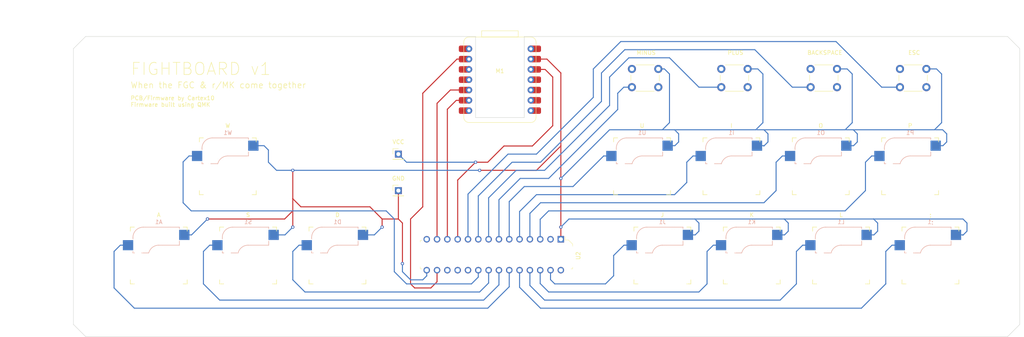
<source format=kicad_pcb>
(kicad_pcb (version 20211014) (generator pcbnew)
  (layers (0 "F.Cu" signal) (31 "B.Cu" signal) (34 "B.Paste" user) (35 "F.Paste" user) (36 "B.SilkS" user "B.Silkscreen") (37 "F.SilkS" user "F.Silkscreen") (38 "B.Mask" user) (39 "F.Mask" user) (44 "Edge.Cuts" user))
  (net 0 "")
  (net 2 "Net-(M1-Pad2)")
  (net 5 "Net-(M1-Pad5)")
  (net 6 "Net-(M1-Pad6)")
  (net 12 "Net-(M1-Pad12)")
  (net 15 "Net-(A1-Pad2)")
  (net 16 "Net-(S1-Pad2)")
  (net 17 "Net-(D1-Pad2)")
  (net 18 "Net-(U1-Pad2)")
  (net 19 "Net-(I1-Pad2)")
  (net 20 "Net-(O1-Pad2)")
  (net 21 "Net-(P1-Pad2)")
  (net 26 "Net-(J1-Pad2)")
  (net 27 "Net-(K1-Pad2)")
  (net 28 "Net-(L1-Pad2)")
  (net 29 "Net-(;1-Pad2)")
  (net 30 "Net-(BKSP1-Pad2)")
  (net 31 "Net-(;1-Pad1)")
  (net 32 "Net-(PLUS1-Pad2)")
  (net 34 "Net-(MNUS1-Pad2)")
  (net 35 "Net-(ESC1-Pad2)")
  (net 36 "Net-(U2-Pad20)")
  (footprint "keyswitches:Kailh_socket_MX" (layer "F.Cu") (at 201 84)
    (fp_text reference "I1" (at 0 -8.255) (layer "B.SilkS") (effects (justify mirror)))
    (fp_text value "SW_Push")
    (pad "" np_thru_hole circle locked (at 2.54 -5.08) (size 3 3) (drill 3) (layers *.Cu *.Mask))
    (pad "" np_thru_hole circle locked (at 5.08 0) (size 1.7018 1.7018) (drill 1.7018) (layers *.Cu *.Mask))
    (pad "" np_thru_hole circle locked (at -3.81 -2.54) (size 3 3) (drill 3) (layers *.Cu *.Mask))
    (pad "" np_thru_hole circle locked (at 0 0) (size 3.9878 3.9878) (drill 3.9878) (layers *.Cu *.Mask))
    (pad "" np_thru_hole circle locked (at -5.08 0) (size 1.7018 1.7018) (drill 1.7018) (layers *.Cu *.Mask))
    (pad "1" smd rect locked (at 6.29 -5.08) (size 2.55 2.5) (layers "B.Cu" "B.Paste" "B.Mask") (net 31 "Net-(;1-Pad1)"))
    (pad "2" smd rect locked (at -7.56 -2.54) (size 2.55 2.5) (layers "B.Cu" "B.Paste" "B.Mask") (net 19 "Net-(I1-Pad2)"))
  )
  (footprint "keyswitches:Kailh_socket_MX" (layer "F.Cu") (at 184 106)
    (fp_text reference "J1" (at 0 -8.255) (layer "B.SilkS") (effects (justify mirror)))
    (fp_text value "SW_Push")
    (pad "" np_thru_hole circle locked (at 0 0) (size 3.9878 3.9878) (drill 3.9878) (layers *.Cu *.Mask))
    (pad "" np_thru_hole circle locked (at 2.54 -5.08) (size 3 3) (drill 3) (layers *.Cu *.Mask))
    (pad "" np_thru_hole circle locked (at 5.08 0) (size 1.7018 1.7018) (drill 1.7018) (layers *.Cu *.Mask))
    (pad "" np_thru_hole circle locked (at -3.81 -2.54) (size 3 3) (drill 3) (layers *.Cu *.Mask))
    (pad "" np_thru_hole circle locked (at -5.08 0) (size 1.7018 1.7018) (drill 1.7018) (layers *.Cu *.Mask))
    (pad "1" smd rect locked (at 6.29 -5.08) (size 2.55 2.5) (layers "B.Cu" "B.Paste" "B.Mask") (net 31 "Net-(;1-Pad1)"))
    (pad "2" smd rect locked (at -7.56 -2.54) (size 2.55 2.5) (layers "B.Cu" "B.Paste" "B.Mask") (net 26 "Net-(J1-Pad2)"))
  )
  (footprint "Button_Switch_THT:SW_PUSH_6mm" (layer "F.Cu") (at 176.5 60)
    (fp_text reference "MNUS1")
    (fp_text value "SW_Push")
    (pad "1" thru_hole circle (at 0 0 90) (size 2 2) (drill 1.1) (layers *.Cu *.Mask) (net 31 "Net-(;1-Pad1)"))
    (pad "1" thru_hole circle (at 6.5 0 90) (size 2 2) (drill 1.1) (layers *.Cu *.Mask) (net 31 "Net-(;1-Pad1)"))
    (pad "2" thru_hole circle (at 0 4.5 90) (size 2 2) (drill 1.1) (layers *.Cu *.Mask) (net 34 "Net-(MNUS1-Pad2)"))
    (pad "2" thru_hole circle (at 6.5 4.5 90) (size 2 2) (drill 1.1) (layers *.Cu *.Mask) (net 34 "Net-(MNUS1-Pad2)"))
  )
  (footprint "keyswitches:Kailh_socket_MX" (layer "F.Cu") (at 60 106)
    (fp_text reference "A1" (at 0 -8.255) (layer "B.SilkS") (effects (justify mirror)))
    (fp_text value "SW_Push")
    (pad "" np_thru_hole circle locked (at -3.81 -2.54) (size 3 3) (drill 3) (layers *.Cu *.Mask))
    (pad "" np_thru_hole circle locked (at 0 0) (size 3.9878 3.9878) (drill 3.9878) (layers *.Cu *.Mask))
    (pad "" np_thru_hole circle locked (at 2.54 -5.08) (size 3 3) (drill 3) (layers *.Cu *.Mask))
    (pad "" np_thru_hole circle locked (at -5.08 0) (size 1.7018 1.7018) (drill 1.7018) (layers *.Cu *.Mask))
    (pad "" np_thru_hole circle locked (at 5.08 0) (size 1.7018 1.7018) (drill 1.7018) (layers *.Cu *.Mask))
    (pad "1" smd rect locked (at 6.29 -5.08) (size 2.55 2.5) (layers "B.Cu" "B.Paste" "B.Mask") (net 31 "Net-(;1-Pad1)"))
    (pad "2" smd rect locked (at -7.56 -2.54) (size 2.55 2.5) (layers "B.Cu" "B.Paste" "B.Mask") (net 15 "Net-(A1-Pad2)"))
  )
  (footprint "MountingHole:MountingHole_2.7mm" (layer "F.Cu") (at 147 119)
    (fp_text reference "REF**")
    (fp_text value "MountingHole_2.7mm")
    (pad "" np_thru_hole circle (at 0 0) (size 2.7 2.7) (drill 2.7) (layers *.Cu *.Mask))
  )
  (footprint "Connector_PinHeader_2.54mm:PinHeader_1x01_P2.54mm_Vertical" (layer "F.Cu") (at 119 81)
    (fp_text reference "REF**" hide)
    (fp_text value "PinHeader_1x01_P2.54mm_Vertical" hide)
    (pad "1" thru_hole rect (at 0 0) (size 1.7 1.7) (drill 1) (layers *.Cu *.Mask) (net 12 "Net-(M1-Pad12)"))
  )
  (footprint "keyswitches:Kailh_socket_MX" (layer "F.Cu") (at 77 84)
    (fp_text reference "W1" (at 0 -8.255) (layer "B.SilkS") (effects (justify mirror)))
    (fp_text value "SW_Push")
    (pad "" np_thru_hole circle locked (at 2.54 -5.08) (size 3 3) (drill 3) (layers *.Cu *.Mask))
    (pad "" np_thru_hole circle locked (at -5.08 0) (size 1.7018 1.7018) (drill 1.7018) (layers *.Cu *.Mask))
    (pad "" np_thru_hole circle locked (at 5.08 0) (size 1.7018 1.7018) (drill 1.7018) (layers *.Cu *.Mask))
    (pad "" np_thru_hole circle locked (at 0 0) (size 3.9878 3.9878) (drill 3.9878) (layers *.Cu *.Mask))
    (pad "" np_thru_hole circle locked (at -3.81 -2.54) (size 3 3) (drill 3) (layers *.Cu *.Mask))
    (pad "1" smd rect locked (at 6.29 -5.08) (size 2.55 2.5) (layers "B.Cu" "B.Paste" "B.Mask") (net 31 "Net-(;1-Pad1)"))
    (pad "2" smd rect locked (at -7.56 -2.54) (size 2.55 2.5) (layers "B.Cu" "B.Paste" "B.Mask") (net 36 "Net-(U2-Pad20)"))
  )
  (footprint "MountingHole:MountingHole_2.7mm" (layer "F.Cu") (at 121 59)
    (fp_text reference "REF**")
    (fp_text value "MountingHole_2.7mm")
    (pad "" np_thru_hole circle (at 0 0) (size 2.7 2.7) (drill 2.7) (layers *.Cu *.Mask))
  )
  (footprint "MountingHole:MountingHole_2.7mm" (layer "F.Cu") (at 163 59)
    (fp_text reference "REF**")
    (fp_text value "MountingHole_2.7mm")
    (pad "" np_thru_hole circle (at 0 0) (size 2.7 2.7) (drill 2.7) (layers *.Cu *.Mask))
  )
  (footprint "kb_lib:XIAO-RP2040" (layer "F.Cu") (at 135.11 73.208)
    (fp_text reference "M1" (at 8.89 -12.7 unlocked) (layer "F.SilkS"))
    (fp_text value "XIAO-RP2040")
    (pad "1" thru_hole circle (at 1.2725 -18.171) (size 1.6 1.6) (drill 0.8) (layers *.Cu *.Mask))
    (pad "1" smd roundrect (at 1.2725 -18.171) (size 3 1.6) (drill (offset -1 0)) (layers "F.Cu" "F.Paste" "F.Mask"))
    (pad "2" smd roundrect (at 1.2725 -15.631) (size 3 1.6) (drill (offset -1 0)) (layers "F.Cu" "F.Paste" "F.Mask") (net 2 "Net-(M1-Pad2)"))
    (pad "2" thru_hole circle (at 1.2725 -15.631) (size 1.6 1.6) (drill 0.8) (layers *.Cu *.Mask) (net 2 "Net-(M1-Pad2)"))
    (pad "3" smd roundrect (at 1.2725 -13.091) (size 3 1.6) (drill (offset -1 0)) (layers "F.Cu" "F.Paste" "F.Mask"))
    (pad "3" thru_hole circle (at 1.2725 -13.091) (size 1.6 1.6) (drill 0.8) (layers *.Cu *.Mask))
    (pad "4" thru_hole circle (at 1.2725 -10.551) (size 1.6 1.6) (drill 0.8) (layers *.Cu *.Mask))
    (pad "4" smd roundrect (at 1.2725 -10.551) (size 3 1.6) (drill (offset -1 0)) (layers "F.Cu" "F.Paste" "F.Mask"))
    (pad "5" smd roundrect (at 1.2725 -8.011) (size 3 1.6) (drill (offset -1 0)) (layers "F.Cu" "F.Paste" "F.Mask") (net 5 "Net-(M1-Pad5)"))
    (pad "5" thru_hole circle (at 1.2725 -8.011) (size 1.6 1.6) (drill 0.8) (layers *.Cu *.Mask) (net 5 "Net-(M1-Pad5)"))
    (pad "6" smd roundrect (at 1.2725 -5.471) (size 3 1.6) (drill (offset -1 0)) (layers "F.Cu" "F.Paste" "F.Mask") (net 6 "Net-(M1-Pad6)"))
    (pad "6" thru_hole circle (at 1.2725 -5.471) (size 1.6 1.6) (drill 0.8) (layers *.Cu *.Mask) (net 6 "Net-(M1-Pad6)"))
    (pad "7" thru_hole circle (at 1.2725 -2.931) (size 1.6 1.6) (drill 0.8) (layers *.Cu *.Mask))
    (pad "7" smd roundrect (at 1.2725 -2.931) (size 3 1.6) (drill (offset -1 0)) (layers "F.Cu" "F.Paste" "F.Mask"))
    (pad "8" smd roundrect (at 16.5075 -2.931) (size 3 1.6) (drill (offset 1 0)) (layers "F.Cu" "F.Paste" "F.Mask"))
    (pad "8" thru_hole circle (at 16.5075 -2.931) (size 1.6 1.6) (drill 0.8) (layers *.Cu *.Mask))
    (pad "9" thru_hole circle (at 16.5075 -5.471) (size 1.6 1.6) (drill 0.8) (layers *.Cu *.Mask))
    (pad "9" smd roundrect (at 16.5075 -5.471) (size 3 1.6) (drill (offset 1 0)) (layers "F.Cu" "F.Paste" "F.Mask"))
    (pad "10" smd roundrect (at 16.5075 -8.011) (size 3 1.6) (drill (offset 1 0)) (layers "F.Cu" "F.Paste" "F.Mask"))
    (pad "10" thru_hole circle (at 16.5075 -8.011) (size 1.6 1.6) (drill 0.8) (layers *.Cu *.Mask))
    (pad "11" thru_hole circle (at 16.5075 -10.551) (size 1.6 1.6) (drill 0.8) (layers *.Cu *.Mask))
    (pad "11" smd roundrect (at 16.5075 -10.551) (size 3 1.6) (drill (offset 1 0)) (layers "F.Cu" "F.Paste" "F.Mask"))
    (pad "12" thru_hole circle (at 16.5075 -13.091) (size 1.6 1.6) (drill 0.8) (layers *.Cu *.Mask) (net 12 "Net-(M1-Pad12)"))
    (pad "12" smd roundrect (at 16.5075 -13.091) (size 3 1.6) (drill (offset 1 0)) (layers "F.Cu" "F.Paste" "F.Mask") (net 12 "Net-(M1-Pad12)"))
    (pad "13" thru_hole circle (at 16.5075 -15.631) (size 1.6 1.6) (drill 0.8) (layers *.Cu *.Mask) (net 31 "Net-(;1-Pad1)"))
    (pad "13" smd roundrect (at 16.5075 -15.631) (size 3 1.6) (drill (offset 1 0)) (layers "F.Cu" "F.Paste" "F.Mask") (net 31 "Net-(;1-Pad1)"))
    (pad "14" thru_hole circle (at 16.5075 -18.171) (size 1.6 1.6) (drill 0.8) (layers *.Cu *.Mask))
    (pad "14" smd roundrect (at 16.5075 -18.171) (size 3 1.6) (drill (offset 1 0)) (layers "F.Cu" "F.Paste" "F.Mask"))
  )
  (footprint "keyswitches:Kailh_socket_MX" (layer "F.Cu") (at 179 84)
    (fp_text reference "U1" (at 0 -8.255) (layer "B.SilkS") (effects (justify mirror)))
    (fp_text value "SW_Push")
    (pad "" np_thru_hole circle locked (at 0 0) (size 3.9878 3.9878) (drill 3.9878) (layers *.Cu *.Mask))
    (pad "" np_thru_hole circle locked (at 5.08 0) (size 1.7018 1.7018) (drill 1.7018) (layers *.Cu *.Mask))
    (pad "" np_thru_hole circle locked (at -3.81 -2.54) (size 3 3) (drill 3) (layers *.Cu *.Mask))
    (pad "" np_thru_hole circle locked (at 2.54 -5.08) (size 3 3) (drill 3) (layers *.Cu *.Mask))
    (pad "" np_thru_hole circle locked (at -5.08 0) (size 1.7018 1.7018) (drill 1.7018) (layers *.Cu *.Mask))
    (pad "1" smd rect locked (at 6.29 -5.08) (size 2.55 2.5) (layers "B.Cu" "B.Paste" "B.Mask") (net 31 "Net-(;1-Pad1)"))
    (pad "2" smd rect locked (at -7.56 -2.54) (size 2.55 2.5) (layers "B.Cu" "B.Paste" "B.Mask") (net 18 "Net-(U1-Pad2)"))
  )
  (footprint "keyswitches:Kailh_socket_MX" (layer "F.Cu") (at 250 106)
    (fp_text reference ";1" (at 0 -8.255) (layer "B.SilkS") (effects (justify mirror)))
    (fp_text value "SW_Push")
    (pad "" np_thru_hole circle locked (at -3.81 -2.54) (size 3 3) (drill 3) (layers *.Cu *.Mask))
    (pad "" np_thru_hole circle locked (at 0 0) (size 3.9878 3.9878) (drill 3.9878) (layers *.Cu *.Mask))
    (pad "" np_thru_hole circle locked (at -5.08 0) (size 1.7018 1.7018) (drill 1.7018) (layers *.Cu *.Mask))
    (pad "" np_thru_hole circle locked (at 2.54 -5.08) (size 3 3) (drill 3) (layers *.Cu *.Mask))
    (pad "" np_thru_hole circle locked (at 5.08 0) (size 1.7018 1.7018) (drill 1.7018) (layers *.Cu *.Mask))
    (pad "1" smd rect locked (at 6.29 -5.08) (size 2.55 2.5) (layers "B.Cu" "B.Paste" "B.Mask") (net 31 "Net-(;1-Pad1)"))
    (pad "2" smd rect locked (at -7.56 -2.54) (size 2.55 2.5) (layers "B.Cu" "B.Paste" "B.Mask") (net 29 "Net-(;1-Pad2)"))
  )
  (footprint "MountingHole:MountingHole_2.7mm" (layer "F.Cu") (at 46 119)
    (fp_text reference "REF**")
    (fp_text value "MountingHole_2.7mm")
    (pad "" np_thru_hole circle (at 0 0) (size 2.7 2.7) (drill 2.7) (layers *.Cu *.Mask))
  )
  (footprint "MountingHole:MountingHole_2.7mm" (layer "F.Cu") (at 265 119)
    (fp_text reference "REF**")
    (fp_text value "MountingHole_2.7mm")
    (pad "" np_thru_hole circle (at 0 0) (size 2.7 2.7) (drill 2.7) (layers *.Cu *.Mask))
  )
  (footprint "Connector_PinHeader_2.54mm:PinHeader_1x01_P2.54mm_Vertical" (layer "F.Cu") (at 119 90)
    (fp_text reference "REF**" hide)
    (fp_text value "PinHeader_1x01_P2.54mm_Vertical" hide)
    (pad "1" thru_hole rect (at 0 0) (size 1.7 1.7) (drill 1) (layers *.Cu *.Mask) (net 31 "Net-(;1-Pad1)"))
  )
  (footprint "keyswitches:Kailh_socket_MX" (layer "F.Cu") (at 223 84)
    (fp_text reference "O1" (at 0 -8.255) (layer "B.SilkS") (effects (justify mirror)))
    (fp_text value "SW_Push")
    (pad "" np_thru_hole circle locked (at 0 0) (size 3.9878 3.9878) (drill 3.9878) (layers *.Cu *.Mask))
    (pad "" np_thru_hole circle locked (at 5.08 0) (size 1.7018 1.7018) (drill 1.7018) (layers *.Cu *.Mask))
    (pad "" np_thru_hole circle locked (at 2.54 -5.08) (size 3 3) (drill 3) (layers *.Cu *.Mask))
    (pad "" np_thru_hole circle locked (at -3.81 -2.54) (size 3 3) (drill 3) (layers *.Cu *.Mask))
    (pad "" np_thru_hole circle locked (at -5.08 0) (size 1.7018 1.7018) (drill 1.7018) (layers *.Cu *.Mask))
    (pad "1" smd rect locked (at 6.29 -5.08) (size 2.55 2.5) (layers "B.Cu" "B.Paste" "B.Mask") (net 31 "Net-(;1-Pad1)"))
    (pad "2" smd rect locked (at -7.56 -2.54) (size 2.55 2.5) (layers "B.Cu" "B.Paste" "B.Mask") (net 20 "Net-(O1-Pad2)"))
  )
  (footprint "digikey-footprints:DIP-28_W7.62mm" (layer "F.Cu") (at 159 102 -90)
    (fp_text reference "U2" (at 4.05 -4.28 90) (layer "F.SilkS"))
    (fp_text value "MCP23018-E_SP")
    (pad "1" thru_hole rect locked (at 0 0 270) (size 1.6 1.6) (drill 1) (layers *.Cu *.Mask) (net 31 "Net-(;1-Pad1)"))
    (pad "2" thru_hole circle locked (at 0 2.54 270) (size 1.6 1.6) (drill 1) (layers *.Cu *.Mask))
    (pad "3" thru_hole circle locked (at 0 5.08 270) (size 1.6 1.6) (drill 1) (layers *.Cu *.Mask) (net 21 "Net-(P1-Pad2)"))
    (pad "4" thru_hole circle locked (at 0 7.62 270) (size 1.6 1.6) (drill 1) (layers *.Cu *.Mask) (net 20 "Net-(O1-Pad2)"))
    (pad "5" thru_hole circle locked (at 0 10.16 270) (size 1.6 1.6) (drill 1) (layers *.Cu *.Mask) (net 19 "Net-(I1-Pad2)"))
    (pad "6" thru_hole circle locked (at 0 12.7 270) (size 1.6 1.6) (drill 1) (layers *.Cu *.Mask) (net 18 "Net-(U1-Pad2)"))
    (pad "7" thru_hole circle locked (at 0 15.24 270) (size 1.6 1.6) (drill 1) (layers *.Cu *.Mask) (net 34 "Net-(MNUS1-Pad2)"))
    (pad "8" thru_hole circle locked (at 0 17.78 270) (size 1.6 1.6) (drill 1) (layers *.Cu *.Mask) (net 32 "Net-(PLUS1-Pad2)"))
    (pad "9" thru_hole circle locked (at 0 20.32 270) (size 1.6 1.6) (drill 1) (layers *.Cu *.Mask) (net 30 "Net-(BKSP1-Pad2)"))
    (pad "10" thru_hole circle locked (at 0 22.86 270) (size 1.6 1.6) (drill 1) (layers *.Cu *.Mask) (net 35 "Net-(ESC1-Pad2)"))
    (pad "11" thru_hole circle locked (at 0 25.4 270) (size 1.6 1.6) (drill 1) (layers *.Cu *.Mask) (net 12 "Net-(M1-Pad12)"))
    (pad "12" thru_hole circle locked (at 0 27.94 270) (size 1.6 1.6) (drill 1) (layers *.Cu *.Mask) (net 6 "Net-(M1-Pad6)"))
    (pad "13" thru_hole circle locked (at 0 30.48 270) (size 1.6 1.6) (drill 1) (layers *.Cu *.Mask) (net 5 "Net-(M1-Pad5)"))
    (pad "14" thru_hole circle locked (at 0 33.02 270) (size 1.6 1.6) (drill 1) (layers *.Cu *.Mask))
    (pad "15" thru_hole circle locked (at 7.62 33.02 270) (size 1.6 1.6) (drill 1) (layers *.Cu *.Mask) (net 31 "Net-(;1-Pad1)"))
    (pad "16" thru_hole circle locked (at 7.62 30.48 270) (size 1.6 1.6) (drill 1) (layers *.Cu *.Mask) (net 2 "Net-(M1-Pad2)"))
    (pad "17" thru_hole circle locked (at 7.62 27.94 270) (size 1.6 1.6) (drill 1) (layers *.Cu *.Mask))
    (pad "18" thru_hole circle locked (at 7.62 25.4 270) (size 1.6 1.6) (drill 1) (layers *.Cu *.Mask))
    (pad "19" thru_hole circle locked (at 7.62 22.86 270) (size 1.6 1.6) (drill 1) (layers *.Cu *.Mask))
    (pad "20" thru_hole circle locked (at 7.62 20.32 270) (size 1.6 1.6) (drill 1) (layers *.Cu *.Mask) (net 36 "Net-(U2-Pad20)"))
    (pad "21" thru_hole circle locked (at 7.62 17.78 270) (size 1.6 1.6) (drill 1) (layers *.Cu *.Mask) (net 17 "Net-(D1-Pad2)"))
    (pad "22" thru_hole circle locked (at 7.62 15.24 270) (size 1.6 1.6) (drill 1) (layers *.Cu *.Mask) (net 16 "Net-(S1-Pad2)"))
    (pad "23" thru_hole circle locked (at 7.62 12.7 270) (size 1.6 1.6) (drill 1) (layers *.Cu *.Mask) (net 15 "Net-(A1-Pad2)"))
    (pad "24" thru_hole circle locked (at 7.62 10.16 270) (size 1.6 1.6) (drill 1) (layers *.Cu *.Mask) (net 29 "Net-(;1-Pad2)"))
    (pad "25" thru_hole circle locked (at 7.62 7.62 270) (size 1.6 1.6) (drill 1) (layers *.Cu *.Mask) (net 28 "Net-(L1-Pad2)"))
    (pad "26" thru_hole circle locked (at 7.62 5.08 270) (size 1.6 1.6) (drill 1) (layers *.Cu *.Mask) (net 27 "Net-(K1-Pad2)"))
    (pad "27" thru_hole circle locked (at 7.62 2.54 270) (size 1.6 1.6) (drill 1) (layers *.Cu *.Mask) (net 26 "Net-(J1-Pad2)"))
    (pad "28" thru_hole circle locked (at 7.62 0 270) (size 1.6 1.6) (drill 1) (layers *.Cu *.Mask))
  )
  (footprint "keyswitches:Kailh_socket_MX" (layer "F.Cu") (at 228 106)
    (fp_text reference "L1" (at 0 -8.255) (layer "B.SilkS") (effects (justify mirror)))
    (fp_text value "SW_Push")
    (pad "" np_thru_hole circle locked (at -5.08 0) (size 1.7018 1.7018) (drill 1.7018) (layers *.Cu *.Mask))
    (pad "" np_thru_hole circle locked (at 0 0) (size 3.9878 3.9878) (drill 3.9878) (layers *.Cu *.Mask))
    (pad "" np_thru_hole circle locked (at -3.81 -2.54) (size 3 3) (drill 3) (layers *.Cu *.Mask))
    (pad "" np_thru_hole circle locked (at 2.54 -5.08) (size 3 3) (drill 3) (layers *.Cu *.Mask))
    (pad "" np_thru_hole circle locked (at 5.08 0) (size 1.7018 1.7018) (drill 1.7018) (layers *.Cu *.Mask))
    (pad "1" smd rect locked (at 6.29 -5.08) (size 2.55 2.5) (layers "B.Cu" "B.Paste" "B.Mask") (net 31 "Net-(;1-Pad1)"))
    (pad "2" smd rect locked (at -7.56 -2.54) (size 2.55 2.5) (layers "B.Cu" "B.Paste" "B.Mask") (net 28 "Net-(L1-Pad2)"))
  )
  (footprint "keyswitches:Kailh_socket_MX" (layer "F.Cu") (at 82 106)
    (fp_text reference "S1" (at 0 -8.255) (layer "B.SilkS") (effects (justify mirror)))
    (fp_text value "SW_Push")
    (pad "" np_thru_hole circle locked (at 5.08 0) (size 1.7018 1.7018) (drill 1.7018) (layers *.Cu *.Mask))
    (pad "" np_thru_hole circle locked (at -3.81 -2.54) (size 3 3) (drill 3) (layers *.Cu *.Mask))
    (pad "" np_thru_hole circle locked (at 0 0) (size 3.9878 3.9878) (drill 3.9878) (layers *.Cu *.Mask))
    (pad "" np_thru_hole circle locked (at -5.08 0) (size 1.7018 1.7018) (drill 1.7018) (layers *.Cu *.Mask))
    (pad "" np_thru_hole circle locked (at 2.54 -5.08) (size 3 3) (drill 3) (layers *.Cu *.Mask))
    (pad "1" smd rect locked (at 6.29 -5.08) (size 2.55 2.5) (layers "B.Cu" "B.Paste" "B.Mask") (net 31 "Net-(;1-Pad1)"))
    (pad "2" smd rect locked (at -7.56 -2.54) (size 2.55 2.5) (layers "B.Cu" "B.Paste" "B.Mask") (net 16 "Net-(S1-Pad2)"))
  )
  (footprint "Button_Switch_THT:SW_PUSH_6mm" (layer "F.Cu") (at 220.5 60)
    (fp_text reference "BKSP1")
    (fp_text value "SW_Push")
    (pad "1" thru_hole circle (at 6.5 0 90) (size 2 2) (drill 1.1) (layers *.Cu *.Mask) (net 31 "Net-(;1-Pad1)"))
    (pad "1" thru_hole circle (at 0 0 90) (size 2 2) (drill 1.1) (layers *.Cu *.Mask) (net 31 "Net-(;1-Pad1)"))
    (pad "2" thru_hole circle (at 6.5 4.5 90) (size 2 2) (drill 1.1) (layers *.Cu *.Mask) (net 30 "Net-(BKSP1-Pad2)"))
    (pad "2" thru_hole circle (at 0 4.5 90) (size 2 2) (drill 1.1) (layers *.Cu *.Mask) (net 30 "Net-(BKSP1-Pad2)"))
  )
  (footprint "Button_Switch_THT:SW_PUSH_6mm" (layer "F.Cu") (at 198.5 60)
    (fp_text reference "PLUS1")
    (fp_text value "SW_Push")
    (pad "1" thru_hole circle (at 6.5 0 90) (size 2 2) (drill 1.1) (layers *.Cu *.Mask) (net 31 "Net-(;1-Pad1)"))
    (pad "1" thru_hole circle (at 0 0 90) (size 2 2) (drill 1.1) (layers *.Cu *.Mask) (net 31 "Net-(;1-Pad1)"))
    (pad "2" thru_hole circle (at 6.5 4.5 90) (size 2 2) (drill 1.1) (layers *.Cu *.Mask) (net 32 "Net-(PLUS1-Pad2)"))
    (pad "2" thru_hole circle (at 0 4.5 90) (size 2 2) (drill 1.1) (layers *.Cu *.Mask) (net 32 "Net-(PLUS1-Pad2)"))
  )
  (footprint "MountingHole:MountingHole_2.7mm" (layer "F.Cu") (at 265 59)
    (fp_text reference "REF**")
    (fp_text value "MountingHole_2.7mm")
    (pad "" np_thru_hole circle (at 0 0) (size 2.7 2.7) (drill 2.7) (layers *.Cu *.Mask))
  )
  (footprint "Button_Switch_THT:SW_PUSH_6mm" (layer "F.Cu") (at 242.5 60)
    (fp_text reference "ESC1")
    (fp_text value "SW_Push")
    (pad "1" thru_hole circle (at 6.5 0 90) (size 2 2) (drill 1.1) (layers *.Cu *.Mask) (net 31 "Net-(;1-Pad1)"))
    (pad "1" thru_hole circle (at 0 0 90) (size 2 2) (drill 1.1) (layers *.Cu *.Mask) (net 31 "Net-(;1-Pad1)"))
    (pad "2" thru_hole circle (at 6.5 4.5 90) (size 2 2) (drill 1.1) (layers *.Cu *.Mask) (net 35 "Net-(ESC1-Pad2)"))
    (pad "2" thru_hole circle (at 0 4.5 90) (size 2 2) (drill 1.1) (layers *.Cu *.Mask) (net 35 "Net-(ESC1-Pad2)"))
  )
  (footprint "keyswitches:Kailh_socket_MX" (layer "F.Cu") (at 104 106)
    (fp_text reference "D1" (at 0 -8.255) (layer "B.SilkS") (effects (justify mirror)))
    (fp_text value "SW_Push")
    (pad "" np_thru_hole circle locked (at 5.08 0) (size 1.7018 1.7018) (drill 1.7018) (layers *.Cu *.Mask))
    (pad "" np_thru_hole circle locked (at -3.81 -2.54) (size 3 3) (drill 3) (layers *.Cu *.Mask))
    (pad "" np_thru_hole circle locked (at -5.08 0) (size 1.7018 1.7018) (drill 1.7018) (layers *.Cu *.Mask))
    (pad "" np_thru_hole circle locked (at 2.54 -5.08) (size 3 3) (drill 3) (layers *.Cu *.Mask))
    (pad "" np_thru_hole circle locked (at 0 0) (size 3.9878 3.9878) (drill 3.9878) (layers *.Cu *.Mask))
    (pad "1" smd rect locked (at 6.29 -5.08) (size 2.55 2.5) (layers "B.Cu" "B.Paste" "B.Mask") (net 31 "Net-(;1-Pad1)"))
    (pad "2" smd rect locked (at -7.56 -2.54) (size 2.55 2.5) (layers "B.Cu" "B.Paste" "B.Mask") (net 17 "Net-(D1-Pad2)"))
  )
  (footprint "keyswitches:Kailh_socket_MX" (layer "F.Cu") (at 245 84)
    (fp_text reference "P1" (at 0 -8.255) (layer "B.SilkS") (effects (justify mirror)))
    (fp_text value "SW_Push")
    (pad "" np_thru_hole circle locked (at 0 0) (size 3.9878 3.9878) (drill 3.9878) (layers *.Cu *.Mask))
    (pad "" np_thru_hole circle locked (at 5.08 0) (size 1.7018 1.7018) (drill 1.7018) (layers *.Cu *.Mask))
    (pad "" np_thru_hole circle locked (at -3.81 -2.54) (size 3 3) (drill 3) (layers *.Cu *.Mask))
    (pad "" np_thru_hole circle locked (at 2.54 -5.08) (size 3 3) (drill 3) (layers *.Cu *.Mask))
    (pad "" np_thru_hole circle locked (at -5.08 0) (size 1.7018 1.7018) (drill 1.7018) (layers *.Cu *.Mask))
    (pad "1" smd rect locked (at 6.29 -5.08) (size 2.55 2.5) (layers "B.Cu" "B.Paste" "B.Mask") (net 31 "Net-(;1-Pad1)"))
    (pad "2" smd rect locked (at -7.56 -2.54) (size 2.55 2.5) (layers "B.Cu" "B.Paste" "B.Mask") (net 21 "Net-(P1-Pad2)"))
  )
  (footprint "MountingHole:MountingHole_2.7mm" (layer "F.Cu") (at 46 59)
    (fp_text reference "REF**")
    (fp_text value "MountingHole_2.7mm" hide)
    (pad "" np_thru_hole circle (at 0 0) (size 2.7 2.7) (drill 2.7) (layers *.Cu *.Mask))
  )
  (footprint "keyswitches:Kailh_socket_MX" (layer "F.Cu") (at 206 106)
    (fp_text reference "K1" (at 0 -8.255) (layer "B.SilkS") (effects (justify mirror)))
    (fp_text value "SW_Push")
    (pad "" np_thru_hole circle locked (at 5.08 0) (size 1.7018 1.7018) (drill 1.7018) (layers *.Cu *.Mask))
    (pad "" np_thru_hole circle locked (at -5.08 0) (size 1.7018 1.7018) (drill 1.7018) (layers *.Cu *.Mask))
    (pad "" np_thru_hole circle locked (at 0 0) (size 3.9878 3.9878) (drill 3.9878) (layers *.Cu *.Mask))
    (pad "" np_thru_hole circle locked (at -3.81 -2.54) (size 3 3) (drill 3) (layers *.Cu *.Mask))
    (pad "" np_thru_hole circle locked (at 2.54 -5.08) (size 3 3) (drill 3) (layers *.Cu *.Mask))
    (pad "1" smd rect locked (at 6.29 -5.08) (size 2.55 2.5) (layers "B.Cu" "B.Paste" "B.Mask") (net 31 "Net-(;1-Pad1)"))
    (pad "2" smd rect locked (at -7.56 -2.54) (size 2.55 2.5) (layers "B.Cu" "B.Paste" "B.Mask") (net 27 "Net-(K1-Pad2)"))
  )
  (gr_line (start 272 123) (end 272 55) (layer "Edge.Cuts") (width 0.1))
  (gr_line (start 39 123) (end 39 55) (layer "Edge.Cuts") (width 0.1))
  (gr_line (start 39 123) (end 42 126) (layer "Edge.Cuts") (width 0.1))
  (gr_line (start 272 55) (end 269 52) (layer "Edge.Cuts") (width 0.1))
  (gr_line (start 138 52) (end 138 72) (layer "Edge.Cuts") (width 0.1))
  (gr_line (start 269 126) (end 272 123) (layer "Edge.Cuts") (width 0.1))
  (gr_line (start 138 52) (end 42 52) (layer "Edge.Cuts") (width 0.1))
  (gr_line (start 138 72) (end 150 72) (layer "Edge.Cuts") (width 0.1))
  (gr_line (start 150 52) (end 269 52) (layer "Edge.Cuts") (width 0.1))
  (gr_line (start 42 52) (end 39 55) (layer "Edge.Cuts") (width 0.1))
  (gr_line (start 42 126) (end 269 126) (layer "Edge.Cuts") (width 0.1))
  (gr_line (start 150 72) (end 150 52) (layer "Edge.Cuts") (width 0.1))
  (gr_text "D" (at 104 96) (layer "F.SilkS") (effects (font (size 1 1))))
  (gr_text "L" (at 228 96) (layer "F.SilkS") (effects (font (size 1 1))))
  (gr_text "J" (at 184 96) (layer "F.SilkS") (effects (font (size 1 1))))
  (gr_text "O" (at 223 74) (layer "F.SilkS") (effects (font (size 1 1))))
  (gr_text "I" (at 201 74) (layer "F.SilkS") (effects (font (size 1 1))))
  (gr_text "FIGHTBOARD v1" (at 53 60) (layer "F.SilkS") (effects (font (size 3 3)) (justify left)))
  (gr_text "GND" (at 119 87) (layer "F.SilkS") (effects (font (size 1 1))))
  (gr_text "A" (at 60 96) (layer "F.SilkS") (effects (font (size 1 1))))
  (gr_text "When the FGC & r/MK come together" (at 53 64) (layer "F.SilkS") (effects (font (size 1.5 1.5)) (justify left)))
  (gr_text "S" (at 82 96) (layer "F.SilkS") (effects (font (size 1 1))))
  (gr_text "U" (at 179 74) (layer "F.SilkS") (effects (font (size 1 1))))
  (gr_text "ESC" (at 246 56) (layer "F.SilkS") (effects (font (size 1 1))))
  (gr_text ";" (at 250 96) (layer "F.SilkS") (effects (font (size 1 1))))
  (gr_text "W" (at 77 74) (layer "F.SilkS") (effects (font (size 1 1))))
  (gr_text "BACKSPACE" (at 224 56) (layer "F.SilkS") (effects (font (size 1 1))))
  (gr_text "P" (at 245 74) (layer "F.SilkS") (effects (font (size 1 1))))
  (gr_text "PCB/Firmware by Cartex10\nFirmware built using QMK" (at 53 68) (layer "F.SilkS") (effects (font (size 1 1)) (justify left)))
  (gr_text "VCC" (at 119 78) (layer "F.SilkS") (effects (font (size 1 1))))
  (gr_text "PLUS" (at 202 56) (layer "F.SilkS") (effects (font (size 1 1))))
  (gr_text "MINUS" (at 180 56) (layer "F.SilkS") (effects (font (size 1 1))))
  (gr_text "K" (at 206 96) (layer "F.SilkS") (effects (font (size 1 1))))
  (segment (start 128.52 112.48) (end 127 114) (width 0.25) (layer "F.Cu") (net 2))
  (segment (start 123 114) (end 122 113) (width 0.25) (layer "F.Cu") (net 2))
  (segment (start 125 66) (end 133.423 57.577) (width 0.25) (layer "F.Cu") (net 2))
  (segment (start 133.423 57.577) (end 136.3825 57.577) (width 0.25) (layer "F.Cu") (net 2))
  (segment (start 128.52 109.62) (end 128.52 112.48) (width 0.25) (layer "F.Cu") (net 2))
  (segment (start 125 94) (end 125 66) (width 0.25) (layer "F.Cu") (net 2))
  (segment (start 122 113) (end 122 97) (width 0.25) (layer "F.Cu") (net 2))
  (segment (start 122 97) (end 125 94) (width 0.25) (layer "F.Cu") (net 2))
  (segment (start 127 114) (end 123 114) (width 0.25) (layer "F.Cu") (net 2))
  (segment (start 128.52 102) (end 128.52 68.48) (width 0.25) (layer "F.Cu") (net 5))
  (segment (start 136.3825 65.197) (end 131.803 65.197) (width 0.25) (layer "F.Cu") (net 5))
  (segment (start 131.803 65.197) (end 128.52 68.48) (width 0.25) (layer "F.Cu") (net 5))
  (segment (start 133.263 67.737) (end 131.06 69.94) (width 0.25) (layer "F.Cu") (net 6))
  (segment (start 131.06 69.94) (end 131.06 102) (width 0.25) (layer "F.Cu") (net 6))
  (segment (start 136.3825 67.737) (end 133.263 67.737) (width 0.25) (layer "F.Cu") (net 6))
  (segment (start 157 62) (end 155.117 60.117) (width 0.25) (layer "F.Cu") (net 12))
  (segment (start 141 83) (end 145 79) (width 0.25) (layer "F.Cu") (net 12))
  (segment (start 133.6 102) (end 133.6 87.4) (width 0.25) (layer "F.Cu") (net 12))
  (segment (start 138 83) (end 141 83) (width 0.25) (layer "F.Cu") (net 12))
  (segment (start 157 74) (end 157 62) (width 0.25) (layer "F.Cu") (net 12))
  (segment (start 155.117 60.117) (end 151.6175 60.117) (width 0.25) (layer "F.Cu") (net 12))
  (segment (start 152 79) (end 157 74) (width 0.25) (layer "F.Cu") (net 12))
  (segment (start 133.6 87.4) (end 138 83) (width 0.25) (layer "F.Cu") (net 12))
  (segment (start 145 79) (end 152 79) (width 0.25) (layer "F.Cu") (net 12))
  (via (at 138 83) (size 0.8) (drill 0.4) (layers "F.Cu" "B.Cu") (net 12))
  (segment (start 121 83) (end 119 81) (width 0.25) (layer "B.Cu") (net 12))
  (segment (start 138 83) (end 121 83) (width 0.25) (layer "B.Cu") (net 12))
  (segment (start 141 119) (end 146.3 113.7) (width 0.25) (layer "B.Cu") (net 15))
  (segment (start 50.54 103.46) (end 49 105) (width 0.25) (layer "B.Cu") (net 15))
  (segment (start 49 114) (end 54 119) (width 0.25) (layer "B.Cu") (net 15))
  (segment (start 49 105) (end 49 114) (width 0.25) (layer "B.Cu") (net 15))
  (segment (start 52.44 103.46) (end 50.54 103.46) (width 0.25) (layer "B.Cu") (net 15))
  (segment (start 54 119) (end 141 119) (width 0.25) (layer "B.Cu") (net 15))
  (segment (start 146.3 113.7) (end 146.3 109.62) (width 0.25) (layer "B.Cu") (net 15))
  (segment (start 143.76 113.24) (end 143.76 109.62) (width 0.25) (layer "B.Cu") (net 16))
  (segment (start 75 117) (end 140 117) (width 0.25) (layer "B.Cu") (net 16))
  (segment (start 71 105) (end 71 113) (width 0.25) (layer "B.Cu") (net 16))
  (segment (start 74.44 103.46) (end 72.54 103.46) (width 0.25) (layer "B.Cu") (net 16))
  (segment (start 71 113) (end 75 117) (width 0.25) (layer "B.Cu") (net 16))
  (segment (start 140 117) (end 143.76 113.24) (width 0.25) (layer "B.Cu") (net 16))
  (segment (start 72.54 103.46) (end 71 105) (width 0.25) (layer "B.Cu") (net 16))
  (segment (start 139 115) (end 141.22 112.78) (width 0.25) (layer "B.Cu") (net 17))
  (segment (start 96 115) (end 93 112) (width 0.25) (layer "B.Cu") (net 17))
  (segment (start 96.44 103.46) (end 94.54 103.46) (width 0.25) (layer "B.Cu") (net 17))
  (segment (start 141.22 112.78) (end 141.22 109.62) (width 0.25) (layer "B.Cu") (net 17))
  (segment (start 96 115) (end 139 115) (width 0.25) (layer "B.Cu") (net 17))
  (segment (start 94.54 103.46) (end 93 105) (width 0.25) (layer "B.Cu") (net 17))
  (segment (start 93 105) (end 93 112) (width 0.25) (layer "B.Cu") (net 17))
  (segment (start 162 89) (end 150 89) (width 0.25) (layer "B.Cu") (net 18))
  (segment (start 171.44 81.46) (end 169.54 81.46) (width 0.25) (layer "B.Cu") (net 18))
  (segment (start 169.54 81.46) (end 162 89) (width 0.25) (layer "B.Cu") (net 18))
  (segment (start 146.3 92.7) (end 146.3 102) (width 0.25) (layer "B.Cu") (net 18))
  (segment (start 150 89) (end 146.3 92.7) (width 0.25) (layer "B.Cu") (net 18))
  (segment (start 193.44 81.46) (end 191.54 81.46) (width 0.25) (layer "B.Cu") (net 19))
  (segment (start 190 88) (end 187 91) (width 0.25) (layer "B.Cu") (net 19))
  (segment (start 191.54 81.46) (end 190 83) (width 0.25) (layer "B.Cu") (net 19))
  (segment (start 153 91) (end 148.84 95.16) (width 0.25) (layer "B.Cu") (net 19))
  (segment (start 190 83) (end 190 88) (width 0.25) (layer "B.Cu") (net 19))
  (segment (start 148.84 95.16) (end 148.84 102) (width 0.25) (layer "B.Cu") (net 19))
  (segment (start 187 91) (end 153 91) (width 0.25) (layer "B.Cu") (net 19))
  (segment (start 154 93) (end 151.38 95.62) (width 0.25) (layer "B.Cu") (net 20))
  (segment (start 209 93) (end 154 93) (width 0.25) (layer "B.Cu") (net 20))
  (segment (start 212 90) (end 209 93) (width 0.25) (layer "B.Cu") (net 20))
  (segment (start 151.38 95.62) (end 151.38 102) (width 0.25) (layer "B.Cu") (net 20))
  (segment (start 215.44 81.46) (end 213.54 81.46) (width 0.25) (layer "B.Cu") (net 20))
  (segment (start 213.54 81.46) (end 212 83) (width 0.25) (layer "B.Cu") (net 20))
  (segment (start 212 83) (end 212 90) (width 0.25) (layer "B.Cu") (net 20))
  (segment (start 234 90) (end 229 95) (width 0.25) (layer "B.Cu") (net 21))
  (segment (start 229 95) (end 156 95) (width 0.25) (layer "B.Cu") (net 21))
  (segment (start 156 95) (end 153.92 97.08) (width 0.25) (layer "B.Cu") (net 21))
  (segment (start 234 83) (end 234 90) (width 0.25) (layer "B.Cu") (net 21))
  (segment (start 235.54 81.46) (end 234 83) (width 0.25) (layer "B.Cu") (net 21))
  (segment (start 237.44 81.46) (end 235.54 81.46) (width 0.25) (layer "B.Cu") (net 21))
  (segment (start 153.92 97.08) (end 153.92 102) (width 0.25) (layer "B.Cu") (net 21))
  (segment (start 156.46 109.62) (end 156.46 111.96) (width 0.25) (layer "B.Cu") (net 26))
  (segment (start 174.54 103.46) (end 176.44 103.46) (width 0.25) (layer "B.Cu") (net 26))
  (segment (start 156.46 111.96) (end 157.5 113) (width 0.25) (layer "B.Cu") (net 26))
  (segment (start 172 106) (end 174.54 103.46) (width 0.25) (layer "B.Cu") (net 26))
  (segment (start 170 113) (end 172 111) (width 0.25) (layer "B.Cu") (net 26))
  (segment (start 157.5 113) (end 170 113) (width 0.25) (layer "B.Cu") (net 26))
  (segment (start 172 111) (end 172 106) (width 0.25) (layer "B.Cu") (net 26))
  (segment (start 193 115) (end 195 113) (width 0.25) (layer "B.Cu") (net 27))
  (segment (start 195 105) (end 196.54 103.46) (width 0.25) (layer "B.Cu") (net 27))
  (segment (start 196.54 103.46) (end 198.44 103.46) (width 0.25) (layer "B.Cu") (net 27))
  (segment (start 156 115) (end 193 115) (width 0.25) (layer "B.Cu") (net 27))
  (segment (start 153.92 109.62) (end 153.92 112.92) (width 0.25) (layer "B.Cu") (net 27))
  (segment (start 153.92 112.92) (end 156 115) (width 0.25) (layer "B.Cu") (net 27))
  (segment (start 195 113) (end 195 105) (width 0.25) (layer "B.Cu") (net 27))
  (segment (start 151.38 113.38) (end 155 117) (width 0.25) (layer "B.Cu") (net 28))
  (segment (start 213 117) (end 217 113) (width 0.25) (layer "B.Cu") (net 28))
  (segment (start 218.54 103.46) (end 220.44 103.46) (width 0.25) (layer "B.Cu") (net 28))
  (segment (start 155 117) (end 213 117) (width 0.25) (layer "B.Cu") (net 28))
  (segment (start 151.38 109.62) (end 151.38 113.38) (width 0.25) (layer "B.Cu") (net 28))
  (segment (start 217 113) (end 217 105) (width 0.25) (layer "B.Cu") (net 28))
  (segment (start 217 105) (end 218.54 103.46) (width 0.25) (layer "B.Cu") (net 28))
  (segment (start 148.84 109.62) (end 148.84 113.84) (width 0.25) (layer "B.Cu") (net 29))
  (segment (start 148.84 113.84) (end 154 119) (width 0.25) (layer "B.Cu") (net 29))
  (segment (start 233 119) (end 239 113) (width 0.25) (layer "B.Cu") (net 29))
  (segment (start 239 113) (end 239 105) (width 0.25) (layer "B.Cu") (net 29))
  (segment (start 240.54 103.46) (end 242.44 103.46) (width 0.25) (layer "B.Cu") (net 29))
  (segment (start 239 105) (end 240.54 103.46) (width 0.25) (layer "B.Cu") (net 29))
  (segment (start 154 119) (end 233 119) (width 0.25) (layer "B.Cu") (net 29))
  (segment (start 154 83) (end 169 68) (width 0.25) (layer "B.Cu") (net 30))
  (segment (start 147 83) (end 154 83) (width 0.25) (layer "B.Cu") (net 30))
  (segment (start 174.75 55.25) (end 206.75 55.25) (width 0.25) (layer "B.Cu") (net 30))
  (segment (start 169 68) (end 169 61) (width 0.25) (layer "B.Cu") (net 30))
  (segment (start 216 64.5) (end 220.5 64.5) (width 0.25) (layer "B.Cu") (net 30))
  (segment (start 206.75 55.25) (end 216 64.5) (width 0.25) (layer "B.Cu") (net 30))
  (segment (start 138.68 91.32) (end 147 83) (width 0.25) (layer "B.Cu") (net 30))
  (segment (start 169 61) (end 174.75 55.25) (width 0.25) (layer "B.Cu") (net 30))
  (segment (start 138.68 102) (end 138.68 91.32) (width 0.25) (layer "B.Cu") (net 30))
  (segment (start 120 98) (end 119 97) (width 0.25) (layer "F.Cu") (net 31))
  (segment (start 95 94) (end 112 94) (width 0.25) (layer "F.Cu") (net 31))
  (segment (start 115 97) (end 115 99) (width 0.25) (layer "F.Cu") (net 31))
  (segment (start 93 92) (end 95 94) (width 0.25) (layer "F.Cu") (net 31))
  (segment (start 91 97) (end 93 95) (width 0.25) (layer "F.Cu") (net 31))
  (segment (start 120 108) (end 120 98) (width 0.25) (layer "F.Cu") (net 31))
  (segment (start 159 79) (end 153 85) (width 0.25) (layer "F.Cu") (net 31))
  (segment (start 112 94) (end 115 97) (width 0.25) (layer "F.Cu") (net 31))
  (segment (start 93 92) (end 93 95) (width 0.25) (layer "F.Cu") (net 31))
  (segment (start 159 102) (end 159 79) (width 0.25) (layer "F.Cu") (net 31))
  (segment (start 93 85) (end 93 92) (width 0.25) (layer "F.Cu") (net 31))
  (segment (start 153 85) (end 139 85) (width 0.25) (layer "F.Cu") (net 31))
  (segment (start 72 97) (end 91 97) (width 0.25) (layer "F.Cu") (net 31))
  (segment (start 119 97) (end 115 97) (width 0.25) (layer "F.Cu") (net 31))
  (segment (start 93 95) (end 93 99) (width 0.25) (layer "F.Cu") (net 31))
  (segment (start 155.577 57.577) (end 151.6175 57.577) (width 0.25) (layer "F.Cu") (net 31))
  (segment (start 119 97) (end 119 90) (width 0.25) (layer "F.Cu") (net 31))
  (segment (start 159 61) (end 155.577 57.577) (width 0.25) (layer "F.Cu") (net 31))
  (segment (start 159 79) (end 159 61) (width 0.25) (layer "F.Cu") (net 31))
  (via (at 115 99) (size 0.8) (drill 0.4) (layers "F.Cu" "B.Cu") (net 31))
  (via (at 72 97) (size 0.8) (drill 0.4) (layers "F.Cu" "B.Cu") (net 31))
  (via (at 139 85) (size 0.8) (drill 0.4) (layers "F.Cu" "B.Cu") (net 31))
  (via (at 159 99) (size 0.8) (drill 0.4) (layers "F.Cu" "B.Cu") (net 31))
  (via (at 93 85) (size 0.8) (drill 0.4) (layers "F.Cu" "B.Cu") (net 31))
  (via (at 159 87) (size 0.8) (drill 0.4) (layers "F.Cu" "B.Cu") (net 31))
  (via (at 93 99) (size 0.8) (drill 0.4) (layers "F.Cu" "B.Cu") (net 31))
  (via (at 120 108) (size 0.8) (drill 0.4) (layers "F.Cu" "B.Cu") (net 31))
  (segment (start 210 78) (end 210 76) (width 0.25) (layer "B.Cu") (net 31))
  (segment (start 252.75 61.25) (end 251.5 60) (width 0.25) (layer "B.Cu") (net 31))
  (segment (start 257.92 100.92) (end 258 101) (width 0.25) (layer "B.Cu") (net 31))
  (segment (start 209 79) (end 210 78) (width 0.25) (layer "B.Cu") (net 31))
  (segment (start 125.98 111.02) (end 125.98 109.62) (width 0.25) (layer "B.Cu") (net 31))
  (segment (start 88.29 100.92) (end 91.08 100.92) (width 0.25) (layer "B.Cu") (net 31))
  (segment (start 231 75) (end 251 75) (width 0.25) (layer "B.Cu") (net 31))
  (segment (start 210 76) (end 209 75) (width 0.25) (layer "B.Cu") (net 31))
  (segment (start 230.75 61.25) (end 229.5 60) (width 0.25) (layer "B.Cu") (net 31))
  (segment (start 208.75 73.25) (end 208.75 61.25) (width 0.25) (layer "B.Cu") (net 31))
  (segment (start 236 97) (end 258 97) (width 0.25) (layer "B.Cu") (net 31))
  (segment (start 232 76) (end 231 75) (width 0.25) (layer "B.Cu") (net 31))
  (segment (start 184.5 60) (end 183 60) (width 0.25) (layer "B.Cu") (net 31))
  (segment (start 230.75 73.25) (end 230.75 61.25) (width 0.25) (layer "B.Cu") (net 31))
  (segment (start 229.29 78.92) (end 231.08 78.92) (width 0.25) (layer "B.Cu") (net 31))
  (segment (start 259 100) (end 259 98) (width 0.25) (layer "B.Cu") (net 31))
  (segment (start 208.92 78.92) (end 209 79) (width 0.25) (layer "B.Cu") (net 31))
  (segment (start 193 100) (end 193 98) (width 0.25) (layer "B.Cu") (net 31))
  (segment (start 215 98) (end 214 97) (width 0.25) (layer "B.Cu") (net 31))
  (segment (start 251 75) (end 253 75) (width 0.25) (layer "B.Cu") (net 31))
  (segment (start 93 85) (end 139 85) (width 0.25) (layer "B.Cu") (net 31))
  (segment (start 68.08 100.92) (end 72 97) (width 0.25) (layer "B.Cu") (net 31))
  (segment (start 66.29 100.92) (end 68.08 100.92) (width 0.25) (layer "B.Cu") (net 31))
  (segment (start 187.08 78.92) (end 188 78) (width 0.25) (layer "B.Cu") (net 31))
  (segment (start 253.08 78.92) (end 254 78) (width 0.25) (layer "B.Cu") (net 31))
  (segment (start 229.5 60) (end 227 60) (width 0.25) (layer "B.Cu") (net 31))
  (segment (start 192.08 100.92) (end 193 100) (width 0.25) (layer "B.Cu") (net 31))
  (segment (start 184 75) (end 185.75 73.25) (width 0.25) (layer "B.Cu") (net 31))
  (segment (start 237 100) (end 237 98) (width 0.25) (layer "B.Cu") (net 31))
  (segment (start 207 75) (end 229 75) (width 0.25) (layer "B.Cu") (net 31))
  (segment (start 187 75) (end 207 75) (width 0.25) (layer "B.Cu") (net 31))
  (segment (start 229 75) (end 230.75 73.25) (width 0.25) (layer "B.Cu") (net 31))
  (segment (start 110.29 100.92) (end 113.08 100.92) (width 0.25) (layer "B.Cu") (net 31))
  (segment (start 171 75) (end 159 87) (width 0.25) (layer "B.Cu") (net 31))
  (segment (start 253 75) (end 254 76) (width 0.25) (layer "B.Cu") (net 31))
  (segment (start 122 112) (end 125 112) (width 0.25) (layer "B.Cu") (net 31))
  (segment (start 91.08 100.92) (end 93 99) (width 0.25) (layer "B.Cu") (net 31))
  (segment (start 215 100) (end 215 98) (width 0.25) (layer "B.Cu") (net 31))
  (segment (start 193 98) (end 192 97) (width 0.25) (layer "B.Cu") (net 31))
  (segment (start 234.29 100.92) (end 236.08 100.92) (width 0.25) (layer "B.Cu") (net 31))
  (segment (start 190.29 100.92) (end 192.08 100.92) (width 0.25) (layer "B.Cu") (net 31))
  (segment (start 212.29 100.92) (end 214.08 100.92) (width 0.25) (layer "B.Cu") (net 31))
  (segment (start 87 80) (end 85.92 78.92) (width 0.25) (layer "B.Cu") (net 31))
  (segment (start 237 98) (end 236 97) (width 0.25) (layer "B.Cu") (net 31))
  (segment (start 85.92 78.92) (end 83.29 78.92) (width 0.25) (layer "B.Cu") (net 31))
  (segment (start 229 75) (end 231 75) (width 0.25) (layer "B.Cu") (net 31))
  (segment (start 207.29 78.92) (end 208.92 78.92) (width 0.25) (layer "B.Cu") (net 31))
  (segment (start 188 76) (end 187 75) (width 0.25) (layer "B.Cu") (net 31))
  (segment (start 252.75 73.25) (end 252.75 61.25) (width 0.25) (layer "B.Cu") (net 31))
  (segment (start 207 75) (end 208.75 73.25) (width 0.25) (layer "B.Cu") (net 31))
  (segment (start 113.08 100.92) (end 115 99) (width 0.25) (layer "B.Cu") (net 31))
  (segment (start 231.08 78.92) (end 232 78) (width 0.25) (layer "B.Cu") (net 31))
  (segment (start 93 85) (end 89 85) (width 0.25) (layer "B.Cu") (net 31))
  (segment (start 87 83) (end 87 80) (width 0.25) (layer "B.Cu") (net 31))
  (segment (start 185.75 61.25) (end 184.5 60) (width 0.25) (layer "B.Cu") (net 31))
  (segment (start 207.5 60) (end 205 60) (width 0.25) (layer "B.Cu") (net 31))
  (segment (start 251 75) (end 252.75 73.25) (width 0.25) (layer "B.Cu") (net 31))
  (segment (start 254 76) (end 254 78) (width 0.25) (layer "B.Cu") (net 31))
  (segment (start 184 75) (end 187 75) (width 0.25) (layer "B.Cu") (net 31))
  (segment (start 251.29 78.92) (end 253.08 78.92) (width 0.25) (layer "B.Cu") (net 31))
  (segment (start 185.29 78.92) (end 187.08 78.92) (width 0.25) (layer "B.Cu") (net 31))
  (segment (start 256.29 100.92) (end 257.92 100.92) (width 0.25) (layer "B.Cu") (net 31))
  (segment (start 258 97) (end 259 98) (width 0.25) (layer "B.Cu") (net 31))
  (segment (start 89 85) (end 87 83) (width 0.25) (layer "B.Cu") (net 31))
  (segment (start 161 97) (end 159 99) (width 0.25) (layer "B.Cu") (net 31))
  (segment (start 125 112) (end 125.98 111.02) (width 0.25) (layer "B.Cu") (net 31))
  (segment (start 161 97) (end 236 97) (width 0.25) (layer "B.Cu") (net 31))
  (segment (start 232 78) (end 232 76) (width 0.25) (layer "B.Cu") (net 31))
  (segment (start 185.75 73.25) (end 185.75 61.25) (width 0.25) (layer "B.Cu") (net 31))
  (segment (start 236.08 100.92) (end 237 100) (width 0.25) (layer "B.Cu") (net 31))
  (segment (start 251.5 60) (end 249 60) (width 0.25) (layer "B.Cu") (net 31))
  (segment (start 120 110) (end 122 112) (width 0.25) (layer "B.Cu") (net 31))
  (segment (start 120 108) (end 120 110) (width 0.25) (layer "B.Cu") (net 31))
  (segment (start 208.75 61.25) (end 207.5 60) (width 0.25) (layer "B.Cu") (net 31))
  (segment (start 171 75) (end 184 75) (width 0.25) (layer "B.Cu") (net 31))
  (segment (start 214.08 100.92) (end 215 100) (width 0.25) (layer "B.Cu") (net 31))
  (segment (start 258 101) (end 259 100) (width 0.25) (layer "B.Cu") (net 31))
  (segment (start 188 78) (end 188 76) (width 0.25) (layer "B.Cu") (net 31))
  (segment (start 171 69) (end 171 62) (width 0.25) (layer "B.Cu") (net 32))
  (segment (start 148 85) (end 155 85) (width 0.25) (layer "B.Cu") (net 32))
  (segment (start 141.22 91.78) (end 148 85) (width 0.25) (layer "B.Cu") (net 32))
  (segment (start 175.75 57.25) (end 185.75 57.25) (width 0.25) (layer "B.Cu") (net 32))
  (segment (start 171 62) (end 175.75 57.25) (width 0.25) (layer "B.Cu") (net 32))
  (segment (start 193 64.5) (end 198.5 64.5) (width 0.25) (layer "B.Cu") (net 32))
  (segment (start 185.75 57.25) (end 193 64.5) (width 0.25) (layer "B.Cu") (net 32))
  (segment (start 141.22 102) (end 141.22 91.78) (width 0.25) (layer "B.Cu") (net 32))
  (segment (start 155 85) (end 171 69) (width 0.25) (layer "B.Cu") (net 32))
  (segment (start 143.76 102) (end 143.76 92.24) (width 0.25) (layer "B.Cu") (net 34))
  (segment (start 174.5 64.5) (end 173 66) (width 0.25) (layer "B.Cu") (net 34))
  (segment (start 143.76 92.24) (end 149 87) (width 0.25) (layer "B.Cu") (net 34))
  (segment (start 156 87) (end 173 70) (width 0.25) (layer "B.Cu") (net 34))
  (segment (start 173 70) (end 173 66) (width 0.25) (layer "B.Cu") (net 34))
  (segment (start 176.5 64.5) (end 174.5 64.5) (width 0.25) (layer "B.Cu") (net 34))
  (segment (start 149 87) (end 156 87) (width 0.25) (layer "B.Cu") (net 34))
  (segment (start 238 64.5) (end 242.5 64.5) (width 0.25) (layer "B.Cu") (net 35))
  (segment (start 146 81) (end 153 81) (width 0.25) (layer "B.Cu") (net 35))
  (segment (start 153 81) (end 167 67) (width 0.25) (layer "B.Cu") (net 35))
  (segment (start 136.14 90.86) (end 146 81) (width 0.25) (layer "B.Cu") (net 35))
  (segment (start 167 60) (end 173.75 53.25) (width 0.25) (layer "B.Cu") (net 35))
  (segment (start 136.14 102) (end 136.14 90.86) (width 0.25) (layer "B.Cu") (net 35))
  (segment (start 226.75 53.25) (end 238 64.5) (width 0.25) (layer "B.Cu") (net 35))
  (segment (start 173.75 53.25) (end 226.75 53.25) (width 0.25) (layer "B.Cu") (net 35))
  (segment (start 167 67) (end 167 60) (width 0.25) (layer "B.Cu") (net 35))
  (segment (start 116 95) (end 68 95) (width 0.25) (layer "B.Cu") (net 36))
  (segment (start 68 95) (end 66 93) (width 0.25) (layer "B.Cu") (net 36))
  (segment (start 137 113) (end 121 113) (width 0.25) (layer "B.Cu") (net 36))
  (segment (start 138.68 109.62) (end 138.68 111.32) (width 0.25) (layer "B.Cu") (net 36))
  (segment (start 66 93) (end 66 82.92) (width 0.25) (layer "B.Cu") (net 36))
  (segment (start 138.68 111.32) (end 137 113) (width 0.25) (layer "B.Cu") (net 36))
  (segment (start 67.46 81.46) (end 69.44 81.46) (width 0.25) (layer "B.Cu") (net 36))
  (segment (start 118 97) (end 116 95) (width 0.25) (layer "B.Cu") (net 36))
  (segment (start 121 113) (end 118 110) (width 0.25) (layer "B.Cu") (net 36))
  (segment (start 66 82.92) (end 67.46 81.46) (width 0.25) (layer "B.Cu") (net 36))
  (segment (start 118 110) (end 118 97) (width 0.25) (layer "B.Cu") (net 36))
)
</source>
